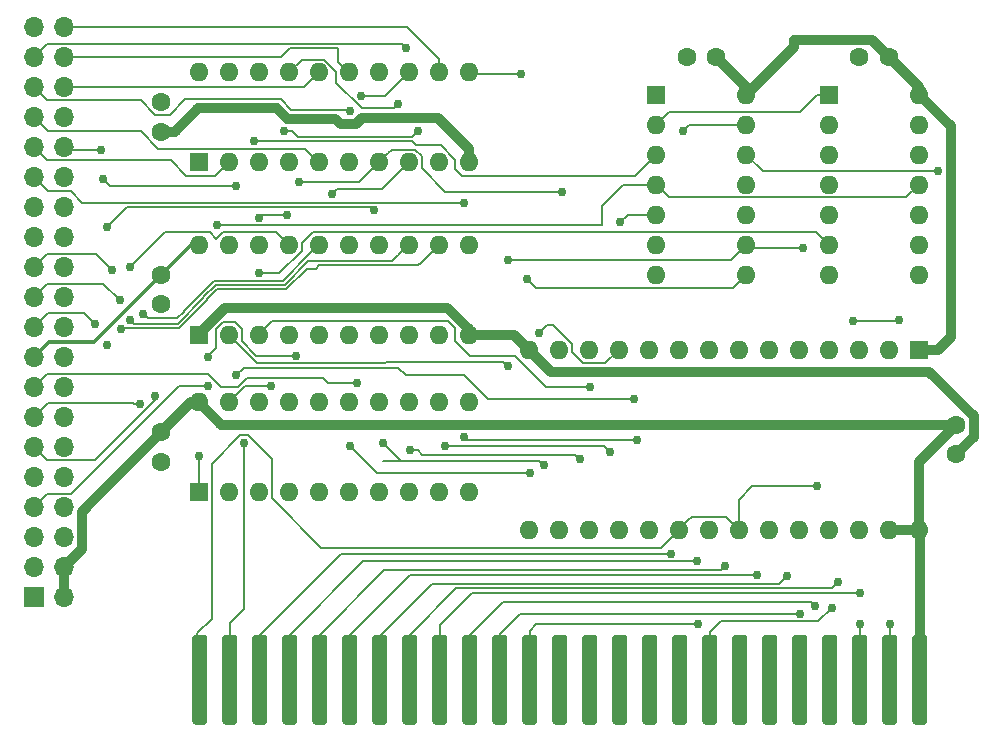
<source format=gbr>
G04 #@! TF.GenerationSoftware,KiCad,Pcbnew,5.1.5+dfsg1-2build2*
G04 #@! TF.CreationDate,2020-11-19T16:33:02-05:00*
G04 #@! TF.ProjectId,Apple2IORPi,4170706c-6532-4494-9f52-50692e6b6963,0.1*
G04 #@! TF.SameCoordinates,Original*
G04 #@! TF.FileFunction,Copper,L1,Top*
G04 #@! TF.FilePolarity,Positive*
%FSLAX46Y46*%
G04 Gerber Fmt 4.6, Leading zero omitted, Abs format (unit mm)*
G04 Created by KiCad (PCBNEW 5.1.5+dfsg1-2build2) date 2020-11-19 16:33:02*
%MOMM*%
%LPD*%
G04 APERTURE LIST*
%ADD10C,1.600000*%
%ADD11C,0.100000*%
%ADD12R,1.600000X1.600000*%
%ADD13O,1.600000X1.600000*%
%ADD14R,1.700000X1.700000*%
%ADD15O,1.700000X1.700000*%
%ADD16C,0.762000*%
%ADD17C,0.177800*%
%ADD18C,0.812800*%
%ADD19C,0.355600*%
G04 APERTURE END LIST*
D10*
X121285000Y-69175000D03*
X121285000Y-66675000D03*
X121285000Y-81280000D03*
X121285000Y-83780000D03*
X121285000Y-97115000D03*
X121285000Y-94615000D03*
G04 #@! TA.AperFunction,ConnectorPad*
D11*
G36*
X185843621Y-111761529D02*
G01*
X185874442Y-111766101D01*
X185904666Y-111773671D01*
X185934003Y-111784168D01*
X185962169Y-111797490D01*
X185988895Y-111813508D01*
X186013921Y-111832069D01*
X186037007Y-111852994D01*
X186057932Y-111876080D01*
X186076493Y-111901106D01*
X186092511Y-111927832D01*
X186105833Y-111955998D01*
X186116330Y-111985335D01*
X186123900Y-112015559D01*
X186128472Y-112046380D01*
X186130001Y-112077500D01*
X186130001Y-119062500D01*
X186128472Y-119093620D01*
X186123900Y-119124441D01*
X186116330Y-119154665D01*
X186105833Y-119184002D01*
X186092511Y-119212168D01*
X186076493Y-119238894D01*
X186057932Y-119263920D01*
X186037007Y-119287006D01*
X186013921Y-119307931D01*
X185988895Y-119326492D01*
X185962169Y-119342510D01*
X185934003Y-119355832D01*
X185904666Y-119366329D01*
X185874442Y-119373899D01*
X185843621Y-119378471D01*
X185812501Y-119380000D01*
X185177501Y-119380000D01*
X185146381Y-119378471D01*
X185115560Y-119373899D01*
X185085336Y-119366329D01*
X185055999Y-119355832D01*
X185027833Y-119342510D01*
X185001107Y-119326492D01*
X184976081Y-119307931D01*
X184952995Y-119287006D01*
X184932070Y-119263920D01*
X184913509Y-119238894D01*
X184897491Y-119212168D01*
X184884169Y-119184002D01*
X184873672Y-119154665D01*
X184866102Y-119124441D01*
X184861530Y-119093620D01*
X184860001Y-119062500D01*
X184860001Y-112077500D01*
X184861530Y-112046380D01*
X184866102Y-112015559D01*
X184873672Y-111985335D01*
X184884169Y-111955998D01*
X184897491Y-111927832D01*
X184913509Y-111901106D01*
X184932070Y-111876080D01*
X184952995Y-111852994D01*
X184976081Y-111832069D01*
X185001107Y-111813508D01*
X185027833Y-111797490D01*
X185055999Y-111784168D01*
X185085336Y-111773671D01*
X185115560Y-111766101D01*
X185146381Y-111761529D01*
X185177501Y-111760000D01*
X185812501Y-111760000D01*
X185843621Y-111761529D01*
G37*
G04 #@! TD.AperFunction*
G04 #@! TA.AperFunction,ConnectorPad*
G36*
X183303621Y-111761529D02*
G01*
X183334442Y-111766101D01*
X183364666Y-111773671D01*
X183394003Y-111784168D01*
X183422169Y-111797490D01*
X183448895Y-111813508D01*
X183473921Y-111832069D01*
X183497007Y-111852994D01*
X183517932Y-111876080D01*
X183536493Y-111901106D01*
X183552511Y-111927832D01*
X183565833Y-111955998D01*
X183576330Y-111985335D01*
X183583900Y-112015559D01*
X183588472Y-112046380D01*
X183590001Y-112077500D01*
X183590001Y-119062500D01*
X183588472Y-119093620D01*
X183583900Y-119124441D01*
X183576330Y-119154665D01*
X183565833Y-119184002D01*
X183552511Y-119212168D01*
X183536493Y-119238894D01*
X183517932Y-119263920D01*
X183497007Y-119287006D01*
X183473921Y-119307931D01*
X183448895Y-119326492D01*
X183422169Y-119342510D01*
X183394003Y-119355832D01*
X183364666Y-119366329D01*
X183334442Y-119373899D01*
X183303621Y-119378471D01*
X183272501Y-119380000D01*
X182637501Y-119380000D01*
X182606381Y-119378471D01*
X182575560Y-119373899D01*
X182545336Y-119366329D01*
X182515999Y-119355832D01*
X182487833Y-119342510D01*
X182461107Y-119326492D01*
X182436081Y-119307931D01*
X182412995Y-119287006D01*
X182392070Y-119263920D01*
X182373509Y-119238894D01*
X182357491Y-119212168D01*
X182344169Y-119184002D01*
X182333672Y-119154665D01*
X182326102Y-119124441D01*
X182321530Y-119093620D01*
X182320001Y-119062500D01*
X182320001Y-112077500D01*
X182321530Y-112046380D01*
X182326102Y-112015559D01*
X182333672Y-111985335D01*
X182344169Y-111955998D01*
X182357491Y-111927832D01*
X182373509Y-111901106D01*
X182392070Y-111876080D01*
X182412995Y-111852994D01*
X182436081Y-111832069D01*
X182461107Y-111813508D01*
X182487833Y-111797490D01*
X182515999Y-111784168D01*
X182545336Y-111773671D01*
X182575560Y-111766101D01*
X182606381Y-111761529D01*
X182637501Y-111760000D01*
X183272501Y-111760000D01*
X183303621Y-111761529D01*
G37*
G04 #@! TD.AperFunction*
G04 #@! TA.AperFunction,ConnectorPad*
G36*
X180763621Y-111761529D02*
G01*
X180794442Y-111766101D01*
X180824666Y-111773671D01*
X180854003Y-111784168D01*
X180882169Y-111797490D01*
X180908895Y-111813508D01*
X180933921Y-111832069D01*
X180957007Y-111852994D01*
X180977932Y-111876080D01*
X180996493Y-111901106D01*
X181012511Y-111927832D01*
X181025833Y-111955998D01*
X181036330Y-111985335D01*
X181043900Y-112015559D01*
X181048472Y-112046380D01*
X181050001Y-112077500D01*
X181050001Y-119062500D01*
X181048472Y-119093620D01*
X181043900Y-119124441D01*
X181036330Y-119154665D01*
X181025833Y-119184002D01*
X181012511Y-119212168D01*
X180996493Y-119238894D01*
X180977932Y-119263920D01*
X180957007Y-119287006D01*
X180933921Y-119307931D01*
X180908895Y-119326492D01*
X180882169Y-119342510D01*
X180854003Y-119355832D01*
X180824666Y-119366329D01*
X180794442Y-119373899D01*
X180763621Y-119378471D01*
X180732501Y-119380000D01*
X180097501Y-119380000D01*
X180066381Y-119378471D01*
X180035560Y-119373899D01*
X180005336Y-119366329D01*
X179975999Y-119355832D01*
X179947833Y-119342510D01*
X179921107Y-119326492D01*
X179896081Y-119307931D01*
X179872995Y-119287006D01*
X179852070Y-119263920D01*
X179833509Y-119238894D01*
X179817491Y-119212168D01*
X179804169Y-119184002D01*
X179793672Y-119154665D01*
X179786102Y-119124441D01*
X179781530Y-119093620D01*
X179780001Y-119062500D01*
X179780001Y-112077500D01*
X179781530Y-112046380D01*
X179786102Y-112015559D01*
X179793672Y-111985335D01*
X179804169Y-111955998D01*
X179817491Y-111927832D01*
X179833509Y-111901106D01*
X179852070Y-111876080D01*
X179872995Y-111852994D01*
X179896081Y-111832069D01*
X179921107Y-111813508D01*
X179947833Y-111797490D01*
X179975999Y-111784168D01*
X180005336Y-111773671D01*
X180035560Y-111766101D01*
X180066381Y-111761529D01*
X180097501Y-111760000D01*
X180732501Y-111760000D01*
X180763621Y-111761529D01*
G37*
G04 #@! TD.AperFunction*
G04 #@! TA.AperFunction,ConnectorPad*
G36*
X178223621Y-111761529D02*
G01*
X178254442Y-111766101D01*
X178284666Y-111773671D01*
X178314003Y-111784168D01*
X178342169Y-111797490D01*
X178368895Y-111813508D01*
X178393921Y-111832069D01*
X178417007Y-111852994D01*
X178437932Y-111876080D01*
X178456493Y-111901106D01*
X178472511Y-111927832D01*
X178485833Y-111955998D01*
X178496330Y-111985335D01*
X178503900Y-112015559D01*
X178508472Y-112046380D01*
X178510001Y-112077500D01*
X178510001Y-119062500D01*
X178508472Y-119093620D01*
X178503900Y-119124441D01*
X178496330Y-119154665D01*
X178485833Y-119184002D01*
X178472511Y-119212168D01*
X178456493Y-119238894D01*
X178437932Y-119263920D01*
X178417007Y-119287006D01*
X178393921Y-119307931D01*
X178368895Y-119326492D01*
X178342169Y-119342510D01*
X178314003Y-119355832D01*
X178284666Y-119366329D01*
X178254442Y-119373899D01*
X178223621Y-119378471D01*
X178192501Y-119380000D01*
X177557501Y-119380000D01*
X177526381Y-119378471D01*
X177495560Y-119373899D01*
X177465336Y-119366329D01*
X177435999Y-119355832D01*
X177407833Y-119342510D01*
X177381107Y-119326492D01*
X177356081Y-119307931D01*
X177332995Y-119287006D01*
X177312070Y-119263920D01*
X177293509Y-119238894D01*
X177277491Y-119212168D01*
X177264169Y-119184002D01*
X177253672Y-119154665D01*
X177246102Y-119124441D01*
X177241530Y-119093620D01*
X177240001Y-119062500D01*
X177240001Y-112077500D01*
X177241530Y-112046380D01*
X177246102Y-112015559D01*
X177253672Y-111985335D01*
X177264169Y-111955998D01*
X177277491Y-111927832D01*
X177293509Y-111901106D01*
X177312070Y-111876080D01*
X177332995Y-111852994D01*
X177356081Y-111832069D01*
X177381107Y-111813508D01*
X177407833Y-111797490D01*
X177435999Y-111784168D01*
X177465336Y-111773671D01*
X177495560Y-111766101D01*
X177526381Y-111761529D01*
X177557501Y-111760000D01*
X178192501Y-111760000D01*
X178223621Y-111761529D01*
G37*
G04 #@! TD.AperFunction*
G04 #@! TA.AperFunction,ConnectorPad*
G36*
X175683621Y-111761529D02*
G01*
X175714442Y-111766101D01*
X175744666Y-111773671D01*
X175774003Y-111784168D01*
X175802169Y-111797490D01*
X175828895Y-111813508D01*
X175853921Y-111832069D01*
X175877007Y-111852994D01*
X175897932Y-111876080D01*
X175916493Y-111901106D01*
X175932511Y-111927832D01*
X175945833Y-111955998D01*
X175956330Y-111985335D01*
X175963900Y-112015559D01*
X175968472Y-112046380D01*
X175970001Y-112077500D01*
X175970001Y-119062500D01*
X175968472Y-119093620D01*
X175963900Y-119124441D01*
X175956330Y-119154665D01*
X175945833Y-119184002D01*
X175932511Y-119212168D01*
X175916493Y-119238894D01*
X175897932Y-119263920D01*
X175877007Y-119287006D01*
X175853921Y-119307931D01*
X175828895Y-119326492D01*
X175802169Y-119342510D01*
X175774003Y-119355832D01*
X175744666Y-119366329D01*
X175714442Y-119373899D01*
X175683621Y-119378471D01*
X175652501Y-119380000D01*
X175017501Y-119380000D01*
X174986381Y-119378471D01*
X174955560Y-119373899D01*
X174925336Y-119366329D01*
X174895999Y-119355832D01*
X174867833Y-119342510D01*
X174841107Y-119326492D01*
X174816081Y-119307931D01*
X174792995Y-119287006D01*
X174772070Y-119263920D01*
X174753509Y-119238894D01*
X174737491Y-119212168D01*
X174724169Y-119184002D01*
X174713672Y-119154665D01*
X174706102Y-119124441D01*
X174701530Y-119093620D01*
X174700001Y-119062500D01*
X174700001Y-112077500D01*
X174701530Y-112046380D01*
X174706102Y-112015559D01*
X174713672Y-111985335D01*
X174724169Y-111955998D01*
X174737491Y-111927832D01*
X174753509Y-111901106D01*
X174772070Y-111876080D01*
X174792995Y-111852994D01*
X174816081Y-111832069D01*
X174841107Y-111813508D01*
X174867833Y-111797490D01*
X174895999Y-111784168D01*
X174925336Y-111773671D01*
X174955560Y-111766101D01*
X174986381Y-111761529D01*
X175017501Y-111760000D01*
X175652501Y-111760000D01*
X175683621Y-111761529D01*
G37*
G04 #@! TD.AperFunction*
G04 #@! TA.AperFunction,ConnectorPad*
G36*
X173143621Y-111761529D02*
G01*
X173174442Y-111766101D01*
X173204666Y-111773671D01*
X173234003Y-111784168D01*
X173262169Y-111797490D01*
X173288895Y-111813508D01*
X173313921Y-111832069D01*
X173337007Y-111852994D01*
X173357932Y-111876080D01*
X173376493Y-111901106D01*
X173392511Y-111927832D01*
X173405833Y-111955998D01*
X173416330Y-111985335D01*
X173423900Y-112015559D01*
X173428472Y-112046380D01*
X173430001Y-112077500D01*
X173430001Y-119062500D01*
X173428472Y-119093620D01*
X173423900Y-119124441D01*
X173416330Y-119154665D01*
X173405833Y-119184002D01*
X173392511Y-119212168D01*
X173376493Y-119238894D01*
X173357932Y-119263920D01*
X173337007Y-119287006D01*
X173313921Y-119307931D01*
X173288895Y-119326492D01*
X173262169Y-119342510D01*
X173234003Y-119355832D01*
X173204666Y-119366329D01*
X173174442Y-119373899D01*
X173143621Y-119378471D01*
X173112501Y-119380000D01*
X172477501Y-119380000D01*
X172446381Y-119378471D01*
X172415560Y-119373899D01*
X172385336Y-119366329D01*
X172355999Y-119355832D01*
X172327833Y-119342510D01*
X172301107Y-119326492D01*
X172276081Y-119307931D01*
X172252995Y-119287006D01*
X172232070Y-119263920D01*
X172213509Y-119238894D01*
X172197491Y-119212168D01*
X172184169Y-119184002D01*
X172173672Y-119154665D01*
X172166102Y-119124441D01*
X172161530Y-119093620D01*
X172160001Y-119062500D01*
X172160001Y-112077500D01*
X172161530Y-112046380D01*
X172166102Y-112015559D01*
X172173672Y-111985335D01*
X172184169Y-111955998D01*
X172197491Y-111927832D01*
X172213509Y-111901106D01*
X172232070Y-111876080D01*
X172252995Y-111852994D01*
X172276081Y-111832069D01*
X172301107Y-111813508D01*
X172327833Y-111797490D01*
X172355999Y-111784168D01*
X172385336Y-111773671D01*
X172415560Y-111766101D01*
X172446381Y-111761529D01*
X172477501Y-111760000D01*
X173112501Y-111760000D01*
X173143621Y-111761529D01*
G37*
G04 #@! TD.AperFunction*
G04 #@! TA.AperFunction,ConnectorPad*
G36*
X170603621Y-111761529D02*
G01*
X170634442Y-111766101D01*
X170664666Y-111773671D01*
X170694003Y-111784168D01*
X170722169Y-111797490D01*
X170748895Y-111813508D01*
X170773921Y-111832069D01*
X170797007Y-111852994D01*
X170817932Y-111876080D01*
X170836493Y-111901106D01*
X170852511Y-111927832D01*
X170865833Y-111955998D01*
X170876330Y-111985335D01*
X170883900Y-112015559D01*
X170888472Y-112046380D01*
X170890001Y-112077500D01*
X170890001Y-119062500D01*
X170888472Y-119093620D01*
X170883900Y-119124441D01*
X170876330Y-119154665D01*
X170865833Y-119184002D01*
X170852511Y-119212168D01*
X170836493Y-119238894D01*
X170817932Y-119263920D01*
X170797007Y-119287006D01*
X170773921Y-119307931D01*
X170748895Y-119326492D01*
X170722169Y-119342510D01*
X170694003Y-119355832D01*
X170664666Y-119366329D01*
X170634442Y-119373899D01*
X170603621Y-119378471D01*
X170572501Y-119380000D01*
X169937501Y-119380000D01*
X169906381Y-119378471D01*
X169875560Y-119373899D01*
X169845336Y-119366329D01*
X169815999Y-119355832D01*
X169787833Y-119342510D01*
X169761107Y-119326492D01*
X169736081Y-119307931D01*
X169712995Y-119287006D01*
X169692070Y-119263920D01*
X169673509Y-119238894D01*
X169657491Y-119212168D01*
X169644169Y-119184002D01*
X169633672Y-119154665D01*
X169626102Y-119124441D01*
X169621530Y-119093620D01*
X169620001Y-119062500D01*
X169620001Y-112077500D01*
X169621530Y-112046380D01*
X169626102Y-112015559D01*
X169633672Y-111985335D01*
X169644169Y-111955998D01*
X169657491Y-111927832D01*
X169673509Y-111901106D01*
X169692070Y-111876080D01*
X169712995Y-111852994D01*
X169736081Y-111832069D01*
X169761107Y-111813508D01*
X169787833Y-111797490D01*
X169815999Y-111784168D01*
X169845336Y-111773671D01*
X169875560Y-111766101D01*
X169906381Y-111761529D01*
X169937501Y-111760000D01*
X170572501Y-111760000D01*
X170603621Y-111761529D01*
G37*
G04 #@! TD.AperFunction*
G04 #@! TA.AperFunction,ConnectorPad*
G36*
X168063621Y-111761529D02*
G01*
X168094442Y-111766101D01*
X168124666Y-111773671D01*
X168154003Y-111784168D01*
X168182169Y-111797490D01*
X168208895Y-111813508D01*
X168233921Y-111832069D01*
X168257007Y-111852994D01*
X168277932Y-111876080D01*
X168296493Y-111901106D01*
X168312511Y-111927832D01*
X168325833Y-111955998D01*
X168336330Y-111985335D01*
X168343900Y-112015559D01*
X168348472Y-112046380D01*
X168350001Y-112077500D01*
X168350001Y-119062500D01*
X168348472Y-119093620D01*
X168343900Y-119124441D01*
X168336330Y-119154665D01*
X168325833Y-119184002D01*
X168312511Y-119212168D01*
X168296493Y-119238894D01*
X168277932Y-119263920D01*
X168257007Y-119287006D01*
X168233921Y-119307931D01*
X168208895Y-119326492D01*
X168182169Y-119342510D01*
X168154003Y-119355832D01*
X168124666Y-119366329D01*
X168094442Y-119373899D01*
X168063621Y-119378471D01*
X168032501Y-119380000D01*
X167397501Y-119380000D01*
X167366381Y-119378471D01*
X167335560Y-119373899D01*
X167305336Y-119366329D01*
X167275999Y-119355832D01*
X167247833Y-119342510D01*
X167221107Y-119326492D01*
X167196081Y-119307931D01*
X167172995Y-119287006D01*
X167152070Y-119263920D01*
X167133509Y-119238894D01*
X167117491Y-119212168D01*
X167104169Y-119184002D01*
X167093672Y-119154665D01*
X167086102Y-119124441D01*
X167081530Y-119093620D01*
X167080001Y-119062500D01*
X167080001Y-112077500D01*
X167081530Y-112046380D01*
X167086102Y-112015559D01*
X167093672Y-111985335D01*
X167104169Y-111955998D01*
X167117491Y-111927832D01*
X167133509Y-111901106D01*
X167152070Y-111876080D01*
X167172995Y-111852994D01*
X167196081Y-111832069D01*
X167221107Y-111813508D01*
X167247833Y-111797490D01*
X167275999Y-111784168D01*
X167305336Y-111773671D01*
X167335560Y-111766101D01*
X167366381Y-111761529D01*
X167397501Y-111760000D01*
X168032501Y-111760000D01*
X168063621Y-111761529D01*
G37*
G04 #@! TD.AperFunction*
G04 #@! TA.AperFunction,ConnectorPad*
G36*
X165523621Y-111761529D02*
G01*
X165554442Y-111766101D01*
X165584666Y-111773671D01*
X165614003Y-111784168D01*
X165642169Y-111797490D01*
X165668895Y-111813508D01*
X165693921Y-111832069D01*
X165717007Y-111852994D01*
X165737932Y-111876080D01*
X165756493Y-111901106D01*
X165772511Y-111927832D01*
X165785833Y-111955998D01*
X165796330Y-111985335D01*
X165803900Y-112015559D01*
X165808472Y-112046380D01*
X165810001Y-112077500D01*
X165810001Y-119062500D01*
X165808472Y-119093620D01*
X165803900Y-119124441D01*
X165796330Y-119154665D01*
X165785833Y-119184002D01*
X165772511Y-119212168D01*
X165756493Y-119238894D01*
X165737932Y-119263920D01*
X165717007Y-119287006D01*
X165693921Y-119307931D01*
X165668895Y-119326492D01*
X165642169Y-119342510D01*
X165614003Y-119355832D01*
X165584666Y-119366329D01*
X165554442Y-119373899D01*
X165523621Y-119378471D01*
X165492501Y-119380000D01*
X164857501Y-119380000D01*
X164826381Y-119378471D01*
X164795560Y-119373899D01*
X164765336Y-119366329D01*
X164735999Y-119355832D01*
X164707833Y-119342510D01*
X164681107Y-119326492D01*
X164656081Y-119307931D01*
X164632995Y-119287006D01*
X164612070Y-119263920D01*
X164593509Y-119238894D01*
X164577491Y-119212168D01*
X164564169Y-119184002D01*
X164553672Y-119154665D01*
X164546102Y-119124441D01*
X164541530Y-119093620D01*
X164540001Y-119062500D01*
X164540001Y-112077500D01*
X164541530Y-112046380D01*
X164546102Y-112015559D01*
X164553672Y-111985335D01*
X164564169Y-111955998D01*
X164577491Y-111927832D01*
X164593509Y-111901106D01*
X164612070Y-111876080D01*
X164632995Y-111852994D01*
X164656081Y-111832069D01*
X164681107Y-111813508D01*
X164707833Y-111797490D01*
X164735999Y-111784168D01*
X164765336Y-111773671D01*
X164795560Y-111766101D01*
X164826381Y-111761529D01*
X164857501Y-111760000D01*
X165492501Y-111760000D01*
X165523621Y-111761529D01*
G37*
G04 #@! TD.AperFunction*
G04 #@! TA.AperFunction,ConnectorPad*
G36*
X162983621Y-111761529D02*
G01*
X163014442Y-111766101D01*
X163044666Y-111773671D01*
X163074003Y-111784168D01*
X163102169Y-111797490D01*
X163128895Y-111813508D01*
X163153921Y-111832069D01*
X163177007Y-111852994D01*
X163197932Y-111876080D01*
X163216493Y-111901106D01*
X163232511Y-111927832D01*
X163245833Y-111955998D01*
X163256330Y-111985335D01*
X163263900Y-112015559D01*
X163268472Y-112046380D01*
X163270001Y-112077500D01*
X163270001Y-119062500D01*
X163268472Y-119093620D01*
X163263900Y-119124441D01*
X163256330Y-119154665D01*
X163245833Y-119184002D01*
X163232511Y-119212168D01*
X163216493Y-119238894D01*
X163197932Y-119263920D01*
X163177007Y-119287006D01*
X163153921Y-119307931D01*
X163128895Y-119326492D01*
X163102169Y-119342510D01*
X163074003Y-119355832D01*
X163044666Y-119366329D01*
X163014442Y-119373899D01*
X162983621Y-119378471D01*
X162952501Y-119380000D01*
X162317501Y-119380000D01*
X162286381Y-119378471D01*
X162255560Y-119373899D01*
X162225336Y-119366329D01*
X162195999Y-119355832D01*
X162167833Y-119342510D01*
X162141107Y-119326492D01*
X162116081Y-119307931D01*
X162092995Y-119287006D01*
X162072070Y-119263920D01*
X162053509Y-119238894D01*
X162037491Y-119212168D01*
X162024169Y-119184002D01*
X162013672Y-119154665D01*
X162006102Y-119124441D01*
X162001530Y-119093620D01*
X162000001Y-119062500D01*
X162000001Y-112077500D01*
X162001530Y-112046380D01*
X162006102Y-112015559D01*
X162013672Y-111985335D01*
X162024169Y-111955998D01*
X162037491Y-111927832D01*
X162053509Y-111901106D01*
X162072070Y-111876080D01*
X162092995Y-111852994D01*
X162116081Y-111832069D01*
X162141107Y-111813508D01*
X162167833Y-111797490D01*
X162195999Y-111784168D01*
X162225336Y-111773671D01*
X162255560Y-111766101D01*
X162286381Y-111761529D01*
X162317501Y-111760000D01*
X162952501Y-111760000D01*
X162983621Y-111761529D01*
G37*
G04 #@! TD.AperFunction*
G04 #@! TA.AperFunction,ConnectorPad*
G36*
X160443621Y-111761529D02*
G01*
X160474442Y-111766101D01*
X160504666Y-111773671D01*
X160534003Y-111784168D01*
X160562169Y-111797490D01*
X160588895Y-111813508D01*
X160613921Y-111832069D01*
X160637007Y-111852994D01*
X160657932Y-111876080D01*
X160676493Y-111901106D01*
X160692511Y-111927832D01*
X160705833Y-111955998D01*
X160716330Y-111985335D01*
X160723900Y-112015559D01*
X160728472Y-112046380D01*
X160730001Y-112077500D01*
X160730001Y-119062500D01*
X160728472Y-119093620D01*
X160723900Y-119124441D01*
X160716330Y-119154665D01*
X160705833Y-119184002D01*
X160692511Y-119212168D01*
X160676493Y-119238894D01*
X160657932Y-119263920D01*
X160637007Y-119287006D01*
X160613921Y-119307931D01*
X160588895Y-119326492D01*
X160562169Y-119342510D01*
X160534003Y-119355832D01*
X160504666Y-119366329D01*
X160474442Y-119373899D01*
X160443621Y-119378471D01*
X160412501Y-119380000D01*
X159777501Y-119380000D01*
X159746381Y-119378471D01*
X159715560Y-119373899D01*
X159685336Y-119366329D01*
X159655999Y-119355832D01*
X159627833Y-119342510D01*
X159601107Y-119326492D01*
X159576081Y-119307931D01*
X159552995Y-119287006D01*
X159532070Y-119263920D01*
X159513509Y-119238894D01*
X159497491Y-119212168D01*
X159484169Y-119184002D01*
X159473672Y-119154665D01*
X159466102Y-119124441D01*
X159461530Y-119093620D01*
X159460001Y-119062500D01*
X159460001Y-112077500D01*
X159461530Y-112046380D01*
X159466102Y-112015559D01*
X159473672Y-111985335D01*
X159484169Y-111955998D01*
X159497491Y-111927832D01*
X159513509Y-111901106D01*
X159532070Y-111876080D01*
X159552995Y-111852994D01*
X159576081Y-111832069D01*
X159601107Y-111813508D01*
X159627833Y-111797490D01*
X159655999Y-111784168D01*
X159685336Y-111773671D01*
X159715560Y-111766101D01*
X159746381Y-111761529D01*
X159777501Y-111760000D01*
X160412501Y-111760000D01*
X160443621Y-111761529D01*
G37*
G04 #@! TD.AperFunction*
G04 #@! TA.AperFunction,ConnectorPad*
G36*
X157903621Y-111761529D02*
G01*
X157934442Y-111766101D01*
X157964666Y-111773671D01*
X157994003Y-111784168D01*
X158022169Y-111797490D01*
X158048895Y-111813508D01*
X158073921Y-111832069D01*
X158097007Y-111852994D01*
X158117932Y-111876080D01*
X158136493Y-111901106D01*
X158152511Y-111927832D01*
X158165833Y-111955998D01*
X158176330Y-111985335D01*
X158183900Y-112015559D01*
X158188472Y-112046380D01*
X158190001Y-112077500D01*
X158190001Y-119062500D01*
X158188472Y-119093620D01*
X158183900Y-119124441D01*
X158176330Y-119154665D01*
X158165833Y-119184002D01*
X158152511Y-119212168D01*
X158136493Y-119238894D01*
X158117932Y-119263920D01*
X158097007Y-119287006D01*
X158073921Y-119307931D01*
X158048895Y-119326492D01*
X158022169Y-119342510D01*
X157994003Y-119355832D01*
X157964666Y-119366329D01*
X157934442Y-119373899D01*
X157903621Y-119378471D01*
X157872501Y-119380000D01*
X157237501Y-119380000D01*
X157206381Y-119378471D01*
X157175560Y-119373899D01*
X157145336Y-119366329D01*
X157115999Y-119355832D01*
X157087833Y-119342510D01*
X157061107Y-119326492D01*
X157036081Y-119307931D01*
X157012995Y-119287006D01*
X156992070Y-119263920D01*
X156973509Y-119238894D01*
X156957491Y-119212168D01*
X156944169Y-119184002D01*
X156933672Y-119154665D01*
X156926102Y-119124441D01*
X156921530Y-119093620D01*
X156920001Y-119062500D01*
X156920001Y-112077500D01*
X156921530Y-112046380D01*
X156926102Y-112015559D01*
X156933672Y-111985335D01*
X156944169Y-111955998D01*
X156957491Y-111927832D01*
X156973509Y-111901106D01*
X156992070Y-111876080D01*
X157012995Y-111852994D01*
X157036081Y-111832069D01*
X157061107Y-111813508D01*
X157087833Y-111797490D01*
X157115999Y-111784168D01*
X157145336Y-111773671D01*
X157175560Y-111766101D01*
X157206381Y-111761529D01*
X157237501Y-111760000D01*
X157872501Y-111760000D01*
X157903621Y-111761529D01*
G37*
G04 #@! TD.AperFunction*
G04 #@! TA.AperFunction,ConnectorPad*
G36*
X155363621Y-111761529D02*
G01*
X155394442Y-111766101D01*
X155424666Y-111773671D01*
X155454003Y-111784168D01*
X155482169Y-111797490D01*
X155508895Y-111813508D01*
X155533921Y-111832069D01*
X155557007Y-111852994D01*
X155577932Y-111876080D01*
X155596493Y-111901106D01*
X155612511Y-111927832D01*
X155625833Y-111955998D01*
X155636330Y-111985335D01*
X155643900Y-112015559D01*
X155648472Y-112046380D01*
X155650001Y-112077500D01*
X155650001Y-119062500D01*
X155648472Y-119093620D01*
X155643900Y-119124441D01*
X155636330Y-119154665D01*
X155625833Y-119184002D01*
X155612511Y-119212168D01*
X155596493Y-119238894D01*
X155577932Y-119263920D01*
X155557007Y-119287006D01*
X155533921Y-119307931D01*
X155508895Y-119326492D01*
X155482169Y-119342510D01*
X155454003Y-119355832D01*
X155424666Y-119366329D01*
X155394442Y-119373899D01*
X155363621Y-119378471D01*
X155332501Y-119380000D01*
X154697501Y-119380000D01*
X154666381Y-119378471D01*
X154635560Y-119373899D01*
X154605336Y-119366329D01*
X154575999Y-119355832D01*
X154547833Y-119342510D01*
X154521107Y-119326492D01*
X154496081Y-119307931D01*
X154472995Y-119287006D01*
X154452070Y-119263920D01*
X154433509Y-119238894D01*
X154417491Y-119212168D01*
X154404169Y-119184002D01*
X154393672Y-119154665D01*
X154386102Y-119124441D01*
X154381530Y-119093620D01*
X154380001Y-119062500D01*
X154380001Y-112077500D01*
X154381530Y-112046380D01*
X154386102Y-112015559D01*
X154393672Y-111985335D01*
X154404169Y-111955998D01*
X154417491Y-111927832D01*
X154433509Y-111901106D01*
X154452070Y-111876080D01*
X154472995Y-111852994D01*
X154496081Y-111832069D01*
X154521107Y-111813508D01*
X154547833Y-111797490D01*
X154575999Y-111784168D01*
X154605336Y-111773671D01*
X154635560Y-111766101D01*
X154666381Y-111761529D01*
X154697501Y-111760000D01*
X155332501Y-111760000D01*
X155363621Y-111761529D01*
G37*
G04 #@! TD.AperFunction*
G04 #@! TA.AperFunction,ConnectorPad*
G36*
X152823621Y-111761529D02*
G01*
X152854442Y-111766101D01*
X152884666Y-111773671D01*
X152914003Y-111784168D01*
X152942169Y-111797490D01*
X152968895Y-111813508D01*
X152993921Y-111832069D01*
X153017007Y-111852994D01*
X153037932Y-111876080D01*
X153056493Y-111901106D01*
X153072511Y-111927832D01*
X153085833Y-111955998D01*
X153096330Y-111985335D01*
X153103900Y-112015559D01*
X153108472Y-112046380D01*
X153110001Y-112077500D01*
X153110001Y-119062500D01*
X153108472Y-119093620D01*
X153103900Y-119124441D01*
X153096330Y-119154665D01*
X153085833Y-119184002D01*
X153072511Y-119212168D01*
X153056493Y-119238894D01*
X153037932Y-119263920D01*
X153017007Y-119287006D01*
X152993921Y-119307931D01*
X152968895Y-119326492D01*
X152942169Y-119342510D01*
X152914003Y-119355832D01*
X152884666Y-119366329D01*
X152854442Y-119373899D01*
X152823621Y-119378471D01*
X152792501Y-119380000D01*
X152157501Y-119380000D01*
X152126381Y-119378471D01*
X152095560Y-119373899D01*
X152065336Y-119366329D01*
X152035999Y-119355832D01*
X152007833Y-119342510D01*
X151981107Y-119326492D01*
X151956081Y-119307931D01*
X151932995Y-119287006D01*
X151912070Y-119263920D01*
X151893509Y-119238894D01*
X151877491Y-119212168D01*
X151864169Y-119184002D01*
X151853672Y-119154665D01*
X151846102Y-119124441D01*
X151841530Y-119093620D01*
X151840001Y-119062500D01*
X151840001Y-112077500D01*
X151841530Y-112046380D01*
X151846102Y-112015559D01*
X151853672Y-111985335D01*
X151864169Y-111955998D01*
X151877491Y-111927832D01*
X151893509Y-111901106D01*
X151912070Y-111876080D01*
X151932995Y-111852994D01*
X151956081Y-111832069D01*
X151981107Y-111813508D01*
X152007833Y-111797490D01*
X152035999Y-111784168D01*
X152065336Y-111773671D01*
X152095560Y-111766101D01*
X152126381Y-111761529D01*
X152157501Y-111760000D01*
X152792501Y-111760000D01*
X152823621Y-111761529D01*
G37*
G04 #@! TD.AperFunction*
G04 #@! TA.AperFunction,ConnectorPad*
G36*
X150283621Y-111761529D02*
G01*
X150314442Y-111766101D01*
X150344666Y-111773671D01*
X150374003Y-111784168D01*
X150402169Y-111797490D01*
X150428895Y-111813508D01*
X150453921Y-111832069D01*
X150477007Y-111852994D01*
X150497932Y-111876080D01*
X150516493Y-111901106D01*
X150532511Y-111927832D01*
X150545833Y-111955998D01*
X150556330Y-111985335D01*
X150563900Y-112015559D01*
X150568472Y-112046380D01*
X150570001Y-112077500D01*
X150570001Y-119062500D01*
X150568472Y-119093620D01*
X150563900Y-119124441D01*
X150556330Y-119154665D01*
X150545833Y-119184002D01*
X150532511Y-119212168D01*
X150516493Y-119238894D01*
X150497932Y-119263920D01*
X150477007Y-119287006D01*
X150453921Y-119307931D01*
X150428895Y-119326492D01*
X150402169Y-119342510D01*
X150374003Y-119355832D01*
X150344666Y-119366329D01*
X150314442Y-119373899D01*
X150283621Y-119378471D01*
X150252501Y-119380000D01*
X149617501Y-119380000D01*
X149586381Y-119378471D01*
X149555560Y-119373899D01*
X149525336Y-119366329D01*
X149495999Y-119355832D01*
X149467833Y-119342510D01*
X149441107Y-119326492D01*
X149416081Y-119307931D01*
X149392995Y-119287006D01*
X149372070Y-119263920D01*
X149353509Y-119238894D01*
X149337491Y-119212168D01*
X149324169Y-119184002D01*
X149313672Y-119154665D01*
X149306102Y-119124441D01*
X149301530Y-119093620D01*
X149300001Y-119062500D01*
X149300001Y-112077500D01*
X149301530Y-112046380D01*
X149306102Y-112015559D01*
X149313672Y-111985335D01*
X149324169Y-111955998D01*
X149337491Y-111927832D01*
X149353509Y-111901106D01*
X149372070Y-111876080D01*
X149392995Y-111852994D01*
X149416081Y-111832069D01*
X149441107Y-111813508D01*
X149467833Y-111797490D01*
X149495999Y-111784168D01*
X149525336Y-111773671D01*
X149555560Y-111766101D01*
X149586381Y-111761529D01*
X149617501Y-111760000D01*
X150252501Y-111760000D01*
X150283621Y-111761529D01*
G37*
G04 #@! TD.AperFunction*
G04 #@! TA.AperFunction,ConnectorPad*
G36*
X147743621Y-111761529D02*
G01*
X147774442Y-111766101D01*
X147804666Y-111773671D01*
X147834003Y-111784168D01*
X147862169Y-111797490D01*
X147888895Y-111813508D01*
X147913921Y-111832069D01*
X147937007Y-111852994D01*
X147957932Y-111876080D01*
X147976493Y-111901106D01*
X147992511Y-111927832D01*
X148005833Y-111955998D01*
X148016330Y-111985335D01*
X148023900Y-112015559D01*
X148028472Y-112046380D01*
X148030001Y-112077500D01*
X148030001Y-119062500D01*
X148028472Y-119093620D01*
X148023900Y-119124441D01*
X148016330Y-119154665D01*
X148005833Y-119184002D01*
X147992511Y-119212168D01*
X147976493Y-119238894D01*
X147957932Y-119263920D01*
X147937007Y-119287006D01*
X147913921Y-119307931D01*
X147888895Y-119326492D01*
X147862169Y-119342510D01*
X147834003Y-119355832D01*
X147804666Y-119366329D01*
X147774442Y-119373899D01*
X147743621Y-119378471D01*
X147712501Y-119380000D01*
X147077501Y-119380000D01*
X147046381Y-119378471D01*
X147015560Y-119373899D01*
X146985336Y-119366329D01*
X146955999Y-119355832D01*
X146927833Y-119342510D01*
X146901107Y-119326492D01*
X146876081Y-119307931D01*
X146852995Y-119287006D01*
X146832070Y-119263920D01*
X146813509Y-119238894D01*
X146797491Y-119212168D01*
X146784169Y-119184002D01*
X146773672Y-119154665D01*
X146766102Y-119124441D01*
X146761530Y-119093620D01*
X146760001Y-119062500D01*
X146760001Y-112077500D01*
X146761530Y-112046380D01*
X146766102Y-112015559D01*
X146773672Y-111985335D01*
X146784169Y-111955998D01*
X146797491Y-111927832D01*
X146813509Y-111901106D01*
X146832070Y-111876080D01*
X146852995Y-111852994D01*
X146876081Y-111832069D01*
X146901107Y-111813508D01*
X146927833Y-111797490D01*
X146955999Y-111784168D01*
X146985336Y-111773671D01*
X147015560Y-111766101D01*
X147046381Y-111761529D01*
X147077501Y-111760000D01*
X147712501Y-111760000D01*
X147743621Y-111761529D01*
G37*
G04 #@! TD.AperFunction*
G04 #@! TA.AperFunction,ConnectorPad*
G36*
X145203621Y-111761529D02*
G01*
X145234442Y-111766101D01*
X145264666Y-111773671D01*
X145294003Y-111784168D01*
X145322169Y-111797490D01*
X145348895Y-111813508D01*
X145373921Y-111832069D01*
X145397007Y-111852994D01*
X145417932Y-111876080D01*
X145436493Y-111901106D01*
X145452511Y-111927832D01*
X145465833Y-111955998D01*
X145476330Y-111985335D01*
X145483900Y-112015559D01*
X145488472Y-112046380D01*
X145490001Y-112077500D01*
X145490001Y-119062500D01*
X145488472Y-119093620D01*
X145483900Y-119124441D01*
X145476330Y-119154665D01*
X145465833Y-119184002D01*
X145452511Y-119212168D01*
X145436493Y-119238894D01*
X145417932Y-119263920D01*
X145397007Y-119287006D01*
X145373921Y-119307931D01*
X145348895Y-119326492D01*
X145322169Y-119342510D01*
X145294003Y-119355832D01*
X145264666Y-119366329D01*
X145234442Y-119373899D01*
X145203621Y-119378471D01*
X145172501Y-119380000D01*
X144537501Y-119380000D01*
X144506381Y-119378471D01*
X144475560Y-119373899D01*
X144445336Y-119366329D01*
X144415999Y-119355832D01*
X144387833Y-119342510D01*
X144361107Y-119326492D01*
X144336081Y-119307931D01*
X144312995Y-119287006D01*
X144292070Y-119263920D01*
X144273509Y-119238894D01*
X144257491Y-119212168D01*
X144244169Y-119184002D01*
X144233672Y-119154665D01*
X144226102Y-119124441D01*
X144221530Y-119093620D01*
X144220001Y-119062500D01*
X144220001Y-112077500D01*
X144221530Y-112046380D01*
X144226102Y-112015559D01*
X144233672Y-111985335D01*
X144244169Y-111955998D01*
X144257491Y-111927832D01*
X144273509Y-111901106D01*
X144292070Y-111876080D01*
X144312995Y-111852994D01*
X144336081Y-111832069D01*
X144361107Y-111813508D01*
X144387833Y-111797490D01*
X144415999Y-111784168D01*
X144445336Y-111773671D01*
X144475560Y-111766101D01*
X144506381Y-111761529D01*
X144537501Y-111760000D01*
X145172501Y-111760000D01*
X145203621Y-111761529D01*
G37*
G04 #@! TD.AperFunction*
G04 #@! TA.AperFunction,ConnectorPad*
G36*
X142663621Y-111761529D02*
G01*
X142694442Y-111766101D01*
X142724666Y-111773671D01*
X142754003Y-111784168D01*
X142782169Y-111797490D01*
X142808895Y-111813508D01*
X142833921Y-111832069D01*
X142857007Y-111852994D01*
X142877932Y-111876080D01*
X142896493Y-111901106D01*
X142912511Y-111927832D01*
X142925833Y-111955998D01*
X142936330Y-111985335D01*
X142943900Y-112015559D01*
X142948472Y-112046380D01*
X142950001Y-112077500D01*
X142950001Y-119062500D01*
X142948472Y-119093620D01*
X142943900Y-119124441D01*
X142936330Y-119154665D01*
X142925833Y-119184002D01*
X142912511Y-119212168D01*
X142896493Y-119238894D01*
X142877932Y-119263920D01*
X142857007Y-119287006D01*
X142833921Y-119307931D01*
X142808895Y-119326492D01*
X142782169Y-119342510D01*
X142754003Y-119355832D01*
X142724666Y-119366329D01*
X142694442Y-119373899D01*
X142663621Y-119378471D01*
X142632501Y-119380000D01*
X141997501Y-119380000D01*
X141966381Y-119378471D01*
X141935560Y-119373899D01*
X141905336Y-119366329D01*
X141875999Y-119355832D01*
X141847833Y-119342510D01*
X141821107Y-119326492D01*
X141796081Y-119307931D01*
X141772995Y-119287006D01*
X141752070Y-119263920D01*
X141733509Y-119238894D01*
X141717491Y-119212168D01*
X141704169Y-119184002D01*
X141693672Y-119154665D01*
X141686102Y-119124441D01*
X141681530Y-119093620D01*
X141680001Y-119062500D01*
X141680001Y-112077500D01*
X141681530Y-112046380D01*
X141686102Y-112015559D01*
X141693672Y-111985335D01*
X141704169Y-111955998D01*
X141717491Y-111927832D01*
X141733509Y-111901106D01*
X141752070Y-111876080D01*
X141772995Y-111852994D01*
X141796081Y-111832069D01*
X141821107Y-111813508D01*
X141847833Y-111797490D01*
X141875999Y-111784168D01*
X141905336Y-111773671D01*
X141935560Y-111766101D01*
X141966381Y-111761529D01*
X141997501Y-111760000D01*
X142632501Y-111760000D01*
X142663621Y-111761529D01*
G37*
G04 #@! TD.AperFunction*
G04 #@! TA.AperFunction,ConnectorPad*
G36*
X140123621Y-111761529D02*
G01*
X140154442Y-111766101D01*
X140184666Y-111773671D01*
X140214003Y-111784168D01*
X140242169Y-111797490D01*
X140268895Y-111813508D01*
X140293921Y-111832069D01*
X140317007Y-111852994D01*
X140337932Y-111876080D01*
X140356493Y-111901106D01*
X140372511Y-111927832D01*
X140385833Y-111955998D01*
X140396330Y-111985335D01*
X140403900Y-112015559D01*
X140408472Y-112046380D01*
X140410001Y-112077500D01*
X140410001Y-119062500D01*
X140408472Y-119093620D01*
X140403900Y-119124441D01*
X140396330Y-119154665D01*
X140385833Y-119184002D01*
X140372511Y-119212168D01*
X140356493Y-119238894D01*
X140337932Y-119263920D01*
X140317007Y-119287006D01*
X140293921Y-119307931D01*
X140268895Y-119326492D01*
X140242169Y-119342510D01*
X140214003Y-119355832D01*
X140184666Y-119366329D01*
X140154442Y-119373899D01*
X140123621Y-119378471D01*
X140092501Y-119380000D01*
X139457501Y-119380000D01*
X139426381Y-119378471D01*
X139395560Y-119373899D01*
X139365336Y-119366329D01*
X139335999Y-119355832D01*
X139307833Y-119342510D01*
X139281107Y-119326492D01*
X139256081Y-119307931D01*
X139232995Y-119287006D01*
X139212070Y-119263920D01*
X139193509Y-119238894D01*
X139177491Y-119212168D01*
X139164169Y-119184002D01*
X139153672Y-119154665D01*
X139146102Y-119124441D01*
X139141530Y-119093620D01*
X139140001Y-119062500D01*
X139140001Y-112077500D01*
X139141530Y-112046380D01*
X139146102Y-112015559D01*
X139153672Y-111985335D01*
X139164169Y-111955998D01*
X139177491Y-111927832D01*
X139193509Y-111901106D01*
X139212070Y-111876080D01*
X139232995Y-111852994D01*
X139256081Y-111832069D01*
X139281107Y-111813508D01*
X139307833Y-111797490D01*
X139335999Y-111784168D01*
X139365336Y-111773671D01*
X139395560Y-111766101D01*
X139426381Y-111761529D01*
X139457501Y-111760000D01*
X140092501Y-111760000D01*
X140123621Y-111761529D01*
G37*
G04 #@! TD.AperFunction*
G04 #@! TA.AperFunction,ConnectorPad*
G36*
X137583621Y-111761529D02*
G01*
X137614442Y-111766101D01*
X137644666Y-111773671D01*
X137674003Y-111784168D01*
X137702169Y-111797490D01*
X137728895Y-111813508D01*
X137753921Y-111832069D01*
X137777007Y-111852994D01*
X137797932Y-111876080D01*
X137816493Y-111901106D01*
X137832511Y-111927832D01*
X137845833Y-111955998D01*
X137856330Y-111985335D01*
X137863900Y-112015559D01*
X137868472Y-112046380D01*
X137870001Y-112077500D01*
X137870001Y-119062500D01*
X137868472Y-119093620D01*
X137863900Y-119124441D01*
X137856330Y-119154665D01*
X137845833Y-119184002D01*
X137832511Y-119212168D01*
X137816493Y-119238894D01*
X137797932Y-119263920D01*
X137777007Y-119287006D01*
X137753921Y-119307931D01*
X137728895Y-119326492D01*
X137702169Y-119342510D01*
X137674003Y-119355832D01*
X137644666Y-119366329D01*
X137614442Y-119373899D01*
X137583621Y-119378471D01*
X137552501Y-119380000D01*
X136917501Y-119380000D01*
X136886381Y-119378471D01*
X136855560Y-119373899D01*
X136825336Y-119366329D01*
X136795999Y-119355832D01*
X136767833Y-119342510D01*
X136741107Y-119326492D01*
X136716081Y-119307931D01*
X136692995Y-119287006D01*
X136672070Y-119263920D01*
X136653509Y-119238894D01*
X136637491Y-119212168D01*
X136624169Y-119184002D01*
X136613672Y-119154665D01*
X136606102Y-119124441D01*
X136601530Y-119093620D01*
X136600001Y-119062500D01*
X136600001Y-112077500D01*
X136601530Y-112046380D01*
X136606102Y-112015559D01*
X136613672Y-111985335D01*
X136624169Y-111955998D01*
X136637491Y-111927832D01*
X136653509Y-111901106D01*
X136672070Y-111876080D01*
X136692995Y-111852994D01*
X136716081Y-111832069D01*
X136741107Y-111813508D01*
X136767833Y-111797490D01*
X136795999Y-111784168D01*
X136825336Y-111773671D01*
X136855560Y-111766101D01*
X136886381Y-111761529D01*
X136917501Y-111760000D01*
X137552501Y-111760000D01*
X137583621Y-111761529D01*
G37*
G04 #@! TD.AperFunction*
G04 #@! TA.AperFunction,ConnectorPad*
G36*
X135043621Y-111761529D02*
G01*
X135074442Y-111766101D01*
X135104666Y-111773671D01*
X135134003Y-111784168D01*
X135162169Y-111797490D01*
X135188895Y-111813508D01*
X135213921Y-111832069D01*
X135237007Y-111852994D01*
X135257932Y-111876080D01*
X135276493Y-111901106D01*
X135292511Y-111927832D01*
X135305833Y-111955998D01*
X135316330Y-111985335D01*
X135323900Y-112015559D01*
X135328472Y-112046380D01*
X135330001Y-112077500D01*
X135330001Y-119062500D01*
X135328472Y-119093620D01*
X135323900Y-119124441D01*
X135316330Y-119154665D01*
X135305833Y-119184002D01*
X135292511Y-119212168D01*
X135276493Y-119238894D01*
X135257932Y-119263920D01*
X135237007Y-119287006D01*
X135213921Y-119307931D01*
X135188895Y-119326492D01*
X135162169Y-119342510D01*
X135134003Y-119355832D01*
X135104666Y-119366329D01*
X135074442Y-119373899D01*
X135043621Y-119378471D01*
X135012501Y-119380000D01*
X134377501Y-119380000D01*
X134346381Y-119378471D01*
X134315560Y-119373899D01*
X134285336Y-119366329D01*
X134255999Y-119355832D01*
X134227833Y-119342510D01*
X134201107Y-119326492D01*
X134176081Y-119307931D01*
X134152995Y-119287006D01*
X134132070Y-119263920D01*
X134113509Y-119238894D01*
X134097491Y-119212168D01*
X134084169Y-119184002D01*
X134073672Y-119154665D01*
X134066102Y-119124441D01*
X134061530Y-119093620D01*
X134060001Y-119062500D01*
X134060001Y-112077500D01*
X134061530Y-112046380D01*
X134066102Y-112015559D01*
X134073672Y-111985335D01*
X134084169Y-111955998D01*
X134097491Y-111927832D01*
X134113509Y-111901106D01*
X134132070Y-111876080D01*
X134152995Y-111852994D01*
X134176081Y-111832069D01*
X134201107Y-111813508D01*
X134227833Y-111797490D01*
X134255999Y-111784168D01*
X134285336Y-111773671D01*
X134315560Y-111766101D01*
X134346381Y-111761529D01*
X134377501Y-111760000D01*
X135012501Y-111760000D01*
X135043621Y-111761529D01*
G37*
G04 #@! TD.AperFunction*
G04 #@! TA.AperFunction,ConnectorPad*
G36*
X132503621Y-111761529D02*
G01*
X132534442Y-111766101D01*
X132564666Y-111773671D01*
X132594003Y-111784168D01*
X132622169Y-111797490D01*
X132648895Y-111813508D01*
X132673921Y-111832069D01*
X132697007Y-111852994D01*
X132717932Y-111876080D01*
X132736493Y-111901106D01*
X132752511Y-111927832D01*
X132765833Y-111955998D01*
X132776330Y-111985335D01*
X132783900Y-112015559D01*
X132788472Y-112046380D01*
X132790001Y-112077500D01*
X132790001Y-119062500D01*
X132788472Y-119093620D01*
X132783900Y-119124441D01*
X132776330Y-119154665D01*
X132765833Y-119184002D01*
X132752511Y-119212168D01*
X132736493Y-119238894D01*
X132717932Y-119263920D01*
X132697007Y-119287006D01*
X132673921Y-119307931D01*
X132648895Y-119326492D01*
X132622169Y-119342510D01*
X132594003Y-119355832D01*
X132564666Y-119366329D01*
X132534442Y-119373899D01*
X132503621Y-119378471D01*
X132472501Y-119380000D01*
X131837501Y-119380000D01*
X131806381Y-119378471D01*
X131775560Y-119373899D01*
X131745336Y-119366329D01*
X131715999Y-119355832D01*
X131687833Y-119342510D01*
X131661107Y-119326492D01*
X131636081Y-119307931D01*
X131612995Y-119287006D01*
X131592070Y-119263920D01*
X131573509Y-119238894D01*
X131557491Y-119212168D01*
X131544169Y-119184002D01*
X131533672Y-119154665D01*
X131526102Y-119124441D01*
X131521530Y-119093620D01*
X131520001Y-119062500D01*
X131520001Y-112077500D01*
X131521530Y-112046380D01*
X131526102Y-112015559D01*
X131533672Y-111985335D01*
X131544169Y-111955998D01*
X131557491Y-111927832D01*
X131573509Y-111901106D01*
X131592070Y-111876080D01*
X131612995Y-111852994D01*
X131636081Y-111832069D01*
X131661107Y-111813508D01*
X131687833Y-111797490D01*
X131715999Y-111784168D01*
X131745336Y-111773671D01*
X131775560Y-111766101D01*
X131806381Y-111761529D01*
X131837501Y-111760000D01*
X132472501Y-111760000D01*
X132503621Y-111761529D01*
G37*
G04 #@! TD.AperFunction*
G04 #@! TA.AperFunction,ConnectorPad*
G36*
X129963621Y-111761529D02*
G01*
X129994442Y-111766101D01*
X130024666Y-111773671D01*
X130054003Y-111784168D01*
X130082169Y-111797490D01*
X130108895Y-111813508D01*
X130133921Y-111832069D01*
X130157007Y-111852994D01*
X130177932Y-111876080D01*
X130196493Y-111901106D01*
X130212511Y-111927832D01*
X130225833Y-111955998D01*
X130236330Y-111985335D01*
X130243900Y-112015559D01*
X130248472Y-112046380D01*
X130250001Y-112077500D01*
X130250001Y-119062500D01*
X130248472Y-119093620D01*
X130243900Y-119124441D01*
X130236330Y-119154665D01*
X130225833Y-119184002D01*
X130212511Y-119212168D01*
X130196493Y-119238894D01*
X130177932Y-119263920D01*
X130157007Y-119287006D01*
X130133921Y-119307931D01*
X130108895Y-119326492D01*
X130082169Y-119342510D01*
X130054003Y-119355832D01*
X130024666Y-119366329D01*
X129994442Y-119373899D01*
X129963621Y-119378471D01*
X129932501Y-119380000D01*
X129297501Y-119380000D01*
X129266381Y-119378471D01*
X129235560Y-119373899D01*
X129205336Y-119366329D01*
X129175999Y-119355832D01*
X129147833Y-119342510D01*
X129121107Y-119326492D01*
X129096081Y-119307931D01*
X129072995Y-119287006D01*
X129052070Y-119263920D01*
X129033509Y-119238894D01*
X129017491Y-119212168D01*
X129004169Y-119184002D01*
X128993672Y-119154665D01*
X128986102Y-119124441D01*
X128981530Y-119093620D01*
X128980001Y-119062500D01*
X128980001Y-112077500D01*
X128981530Y-112046380D01*
X128986102Y-112015559D01*
X128993672Y-111985335D01*
X129004169Y-111955998D01*
X129017491Y-111927832D01*
X129033509Y-111901106D01*
X129052070Y-111876080D01*
X129072995Y-111852994D01*
X129096081Y-111832069D01*
X129121107Y-111813508D01*
X129147833Y-111797490D01*
X129175999Y-111784168D01*
X129205336Y-111773671D01*
X129235560Y-111766101D01*
X129266381Y-111761529D01*
X129297501Y-111760000D01*
X129932501Y-111760000D01*
X129963621Y-111761529D01*
G37*
G04 #@! TD.AperFunction*
G04 #@! TA.AperFunction,ConnectorPad*
G36*
X127423621Y-111761529D02*
G01*
X127454442Y-111766101D01*
X127484666Y-111773671D01*
X127514003Y-111784168D01*
X127542169Y-111797490D01*
X127568895Y-111813508D01*
X127593921Y-111832069D01*
X127617007Y-111852994D01*
X127637932Y-111876080D01*
X127656493Y-111901106D01*
X127672511Y-111927832D01*
X127685833Y-111955998D01*
X127696330Y-111985335D01*
X127703900Y-112015559D01*
X127708472Y-112046380D01*
X127710001Y-112077500D01*
X127710001Y-119062500D01*
X127708472Y-119093620D01*
X127703900Y-119124441D01*
X127696330Y-119154665D01*
X127685833Y-119184002D01*
X127672511Y-119212168D01*
X127656493Y-119238894D01*
X127637932Y-119263920D01*
X127617007Y-119287006D01*
X127593921Y-119307931D01*
X127568895Y-119326492D01*
X127542169Y-119342510D01*
X127514003Y-119355832D01*
X127484666Y-119366329D01*
X127454442Y-119373899D01*
X127423621Y-119378471D01*
X127392501Y-119380000D01*
X126757501Y-119380000D01*
X126726381Y-119378471D01*
X126695560Y-119373899D01*
X126665336Y-119366329D01*
X126635999Y-119355832D01*
X126607833Y-119342510D01*
X126581107Y-119326492D01*
X126556081Y-119307931D01*
X126532995Y-119287006D01*
X126512070Y-119263920D01*
X126493509Y-119238894D01*
X126477491Y-119212168D01*
X126464169Y-119184002D01*
X126453672Y-119154665D01*
X126446102Y-119124441D01*
X126441530Y-119093620D01*
X126440001Y-119062500D01*
X126440001Y-112077500D01*
X126441530Y-112046380D01*
X126446102Y-112015559D01*
X126453672Y-111985335D01*
X126464169Y-111955998D01*
X126477491Y-111927832D01*
X126493509Y-111901106D01*
X126512070Y-111876080D01*
X126532995Y-111852994D01*
X126556081Y-111832069D01*
X126581107Y-111813508D01*
X126607833Y-111797490D01*
X126635999Y-111784168D01*
X126665336Y-111773671D01*
X126695560Y-111766101D01*
X126726381Y-111761529D01*
X126757501Y-111760000D01*
X127392501Y-111760000D01*
X127423621Y-111761529D01*
G37*
G04 #@! TD.AperFunction*
G04 #@! TA.AperFunction,ConnectorPad*
G36*
X124883621Y-111761529D02*
G01*
X124914442Y-111766101D01*
X124944666Y-111773671D01*
X124974003Y-111784168D01*
X125002169Y-111797490D01*
X125028895Y-111813508D01*
X125053921Y-111832069D01*
X125077007Y-111852994D01*
X125097932Y-111876080D01*
X125116493Y-111901106D01*
X125132511Y-111927832D01*
X125145833Y-111955998D01*
X125156330Y-111985335D01*
X125163900Y-112015559D01*
X125168472Y-112046380D01*
X125170001Y-112077500D01*
X125170001Y-119062500D01*
X125168472Y-119093620D01*
X125163900Y-119124441D01*
X125156330Y-119154665D01*
X125145833Y-119184002D01*
X125132511Y-119212168D01*
X125116493Y-119238894D01*
X125097932Y-119263920D01*
X125077007Y-119287006D01*
X125053921Y-119307931D01*
X125028895Y-119326492D01*
X125002169Y-119342510D01*
X124974003Y-119355832D01*
X124944666Y-119366329D01*
X124914442Y-119373899D01*
X124883621Y-119378471D01*
X124852501Y-119380000D01*
X124217501Y-119380000D01*
X124186381Y-119378471D01*
X124155560Y-119373899D01*
X124125336Y-119366329D01*
X124095999Y-119355832D01*
X124067833Y-119342510D01*
X124041107Y-119326492D01*
X124016081Y-119307931D01*
X123992995Y-119287006D01*
X123972070Y-119263920D01*
X123953509Y-119238894D01*
X123937491Y-119212168D01*
X123924169Y-119184002D01*
X123913672Y-119154665D01*
X123906102Y-119124441D01*
X123901530Y-119093620D01*
X123900001Y-119062500D01*
X123900001Y-112077500D01*
X123901530Y-112046380D01*
X123906102Y-112015559D01*
X123913672Y-111985335D01*
X123924169Y-111955998D01*
X123937491Y-111927832D01*
X123953509Y-111901106D01*
X123972070Y-111876080D01*
X123992995Y-111852994D01*
X124016081Y-111832069D01*
X124041107Y-111813508D01*
X124067833Y-111797490D01*
X124095999Y-111784168D01*
X124125336Y-111773671D01*
X124155560Y-111766101D01*
X124186381Y-111761529D01*
X124217501Y-111760000D01*
X124852501Y-111760000D01*
X124883621Y-111761529D01*
G37*
G04 #@! TD.AperFunction*
D10*
X165775000Y-62865000D03*
X168275000Y-62865000D03*
D12*
X163195000Y-66040000D03*
D13*
X170815000Y-81280000D03*
X163195000Y-68580000D03*
X170815000Y-78740000D03*
X163195000Y-71120000D03*
X170815000Y-76200000D03*
X163195000Y-73660000D03*
X170815000Y-73660000D03*
X163195000Y-76200000D03*
X170815000Y-71120000D03*
X163195000Y-78740000D03*
X170815000Y-68580000D03*
X163195000Y-81280000D03*
X170815000Y-66040000D03*
X185420000Y-66040000D03*
X177800000Y-81280000D03*
X185420000Y-68580000D03*
X177800000Y-78740000D03*
X185420000Y-71120000D03*
X177800000Y-76200000D03*
X185420000Y-73660000D03*
X177800000Y-73660000D03*
X185420000Y-76200000D03*
X177800000Y-71120000D03*
X185420000Y-78740000D03*
X177800000Y-68580000D03*
X185420000Y-81280000D03*
D12*
X177800000Y-66040000D03*
D10*
X182880000Y-62865000D03*
X180380000Y-62865000D03*
X188595000Y-93980000D03*
X188595000Y-96480000D03*
D14*
X110490000Y-108585000D03*
D15*
X113030000Y-108585000D03*
X110490000Y-106045000D03*
X113030000Y-106045000D03*
X110490000Y-103505000D03*
X113030000Y-103505000D03*
X110490000Y-100965000D03*
X113030000Y-100965000D03*
X110490000Y-98425000D03*
X113030000Y-98425000D03*
X110490000Y-95885000D03*
X113030000Y-95885000D03*
X110490000Y-93345000D03*
X113030000Y-93345000D03*
X110490000Y-90805000D03*
X113030000Y-90805000D03*
X110490000Y-88265000D03*
X113030000Y-88265000D03*
X110490000Y-85725000D03*
X113030000Y-85725000D03*
X110490000Y-83185000D03*
X113030000Y-83185000D03*
X110490000Y-80645000D03*
X113030000Y-80645000D03*
X110490000Y-78105000D03*
X113030000Y-78105000D03*
X110490000Y-75565000D03*
X113030000Y-75565000D03*
X110490000Y-73025000D03*
X113030000Y-73025000D03*
X110490000Y-70485000D03*
X113030000Y-70485000D03*
X110490000Y-67945000D03*
X113030000Y-67945000D03*
X110490000Y-65405000D03*
X113030000Y-65405000D03*
X110490000Y-62865000D03*
X113030000Y-62865000D03*
X110490000Y-60325000D03*
X113030000Y-60325000D03*
D12*
X124460000Y-99695000D03*
D13*
X147320000Y-92075000D03*
X127000000Y-99695000D03*
X144780000Y-92075000D03*
X129540000Y-99695000D03*
X142240000Y-92075000D03*
X132080000Y-99695000D03*
X139700000Y-92075000D03*
X134620000Y-99695000D03*
X137160000Y-92075000D03*
X137160000Y-99695000D03*
X134620000Y-92075000D03*
X139700000Y-99695000D03*
X132080000Y-92075000D03*
X142240000Y-99695000D03*
X129540000Y-92075000D03*
X144780000Y-99695000D03*
X127000000Y-92075000D03*
X147320000Y-99695000D03*
X124460000Y-92075000D03*
D12*
X185420000Y-87630000D03*
D13*
X152400000Y-102870000D03*
X182880000Y-87630000D03*
X154940000Y-102870000D03*
X180340000Y-87630000D03*
X157480000Y-102870000D03*
X177800000Y-87630000D03*
X160020000Y-102870000D03*
X175260000Y-87630000D03*
X162560000Y-102870000D03*
X172720000Y-87630000D03*
X165100000Y-102870000D03*
X170180000Y-87630000D03*
X167640000Y-102870000D03*
X167640000Y-87630000D03*
X170180000Y-102870000D03*
X165100000Y-87630000D03*
X172720000Y-102870000D03*
X162560000Y-87630000D03*
X175260000Y-102870000D03*
X160020000Y-87630000D03*
X177800000Y-102870000D03*
X157480000Y-87630000D03*
X180340000Y-102870000D03*
X154940000Y-87630000D03*
X182880000Y-102870000D03*
X152400000Y-87630000D03*
X185420000Y-102870000D03*
X124460000Y-78740000D03*
X147320000Y-86360000D03*
X127000000Y-78740000D03*
X144780000Y-86360000D03*
X129540000Y-78740000D03*
X142240000Y-86360000D03*
X132080000Y-78740000D03*
X139700000Y-86360000D03*
X134620000Y-78740000D03*
X137160000Y-86360000D03*
X137160000Y-78740000D03*
X134620000Y-86360000D03*
X139700000Y-78740000D03*
X132080000Y-86360000D03*
X142240000Y-78740000D03*
X129540000Y-86360000D03*
X144780000Y-78740000D03*
X127000000Y-86360000D03*
X147320000Y-78740000D03*
D12*
X124460000Y-86360000D03*
X124460000Y-71755000D03*
D13*
X147320000Y-64135000D03*
X127000000Y-71755000D03*
X144780000Y-64135000D03*
X129540000Y-71755000D03*
X142240000Y-64135000D03*
X132080000Y-71755000D03*
X139700000Y-64135000D03*
X134620000Y-71755000D03*
X137160000Y-64135000D03*
X137160000Y-71755000D03*
X134620000Y-64135000D03*
X139700000Y-71755000D03*
X132080000Y-64135000D03*
X142240000Y-71755000D03*
X129540000Y-64135000D03*
X144780000Y-71755000D03*
X127000000Y-64135000D03*
X147320000Y-71755000D03*
X124460000Y-64135000D03*
D16*
X135763000Y-74422000D03*
X152527000Y-98044000D03*
X137287000Y-95758000D03*
X138176000Y-66167000D03*
X153670000Y-97409000D03*
X140081000Y-95504000D03*
X180467000Y-108204000D03*
X156718000Y-96901000D03*
X142367000Y-96139000D03*
X178562000Y-107315000D03*
X145288000Y-95758000D03*
X159258000Y-96266000D03*
X141351000Y-66802000D03*
X174244000Y-106807000D03*
X161544000Y-95250000D03*
X146939000Y-95021400D03*
X131699000Y-69088000D03*
X143002000Y-69088000D03*
X171704000Y-106680000D03*
X176784000Y-99187000D03*
X169037000Y-105918000D03*
X166751000Y-110871000D03*
X166624000Y-105537000D03*
X165481000Y-69088000D03*
X164465000Y-104889300D03*
X160147000Y-76835000D03*
X127635000Y-89789000D03*
X128270000Y-95504000D03*
X161290000Y-91821000D03*
X175387000Y-109982000D03*
X153289000Y-86233000D03*
X150622000Y-89027000D03*
X176657000Y-109347000D03*
X157607000Y-90805000D03*
X132969000Y-73406000D03*
X155194000Y-74295000D03*
X178054000Y-109474000D03*
X179832000Y-85217000D03*
X183769000Y-85090000D03*
X180415001Y-110871000D03*
X182955001Y-110871000D03*
X132715000Y-88125201D03*
X131953000Y-76200000D03*
X129540000Y-76441300D03*
X125222000Y-88265000D03*
X125222000Y-90678000D03*
X120777000Y-91567000D03*
X118618000Y-80645000D03*
X119761000Y-84582000D03*
X119507000Y-92202000D03*
X137807700Y-90436700D03*
X115697000Y-85471000D03*
X116713000Y-87249000D03*
X116713000Y-77216000D03*
X139280999Y-75831700D03*
X118661874Y-85146078D03*
X117741700Y-83439000D03*
X117856000Y-85852000D03*
X117094000Y-80899000D03*
X146939000Y-75184000D03*
X127635000Y-73787000D03*
X116332000Y-73152000D03*
X116205000Y-70739000D03*
X137287000Y-67462401D03*
X141986000Y-62103000D03*
X125984000Y-77089000D03*
X124460000Y-96647000D03*
X129540000Y-81153000D03*
X130556000Y-90678000D03*
X187071000Y-72517000D03*
X150622000Y-80010000D03*
X175641000Y-78994000D03*
X129159000Y-69964399D03*
X152273000Y-81661000D03*
X151765000Y-64262000D03*
D17*
X141440001Y-72554999D02*
X142240000Y-71755000D01*
X139953999Y-74041001D02*
X141440001Y-72554999D01*
X136143999Y-74041001D02*
X139953999Y-74041001D01*
X135763000Y-74422000D02*
X136143999Y-74041001D01*
X139573000Y-98044000D02*
X137287000Y-95758000D01*
X140970000Y-98044000D02*
X139573000Y-98044000D01*
X152527000Y-98044000D02*
X140970000Y-98044000D01*
X140208000Y-66167000D02*
X142240000Y-64135000D01*
X138176000Y-66167000D02*
X140208000Y-66167000D01*
X153670000Y-97409000D02*
X153289001Y-97028001D01*
X142113000Y-97028000D02*
X140080999Y-97028001D01*
X153289001Y-97028001D02*
X142113000Y-97028000D01*
X141605000Y-97028000D02*
X140081000Y-95504000D01*
X142113000Y-97028000D02*
X141605000Y-97028000D01*
X180467000Y-108204000D02*
X147574000Y-108204000D01*
X144855001Y-110922999D02*
X144855001Y-115570000D01*
X147574000Y-108204000D02*
X144855001Y-110922999D01*
X156337001Y-96520001D02*
X143382999Y-96520001D01*
X156718000Y-96901000D02*
X156337001Y-96520001D01*
X143001998Y-96139000D02*
X142367000Y-96139000D01*
X143382999Y-96520001D02*
X143001998Y-96139000D01*
X142315001Y-115570000D02*
X142315001Y-111760000D01*
X142315001Y-111760000D02*
X146252001Y-107823000D01*
X178054000Y-107823000D02*
X178562000Y-107315000D01*
X146252001Y-107823000D02*
X178054000Y-107823000D01*
X158750000Y-95758000D02*
X159258000Y-96266000D01*
X145288000Y-95758000D02*
X158750000Y-95758000D01*
X140970001Y-67182999D02*
X141351000Y-66802000D01*
X138233401Y-67182999D02*
X140970001Y-67182999D01*
X136093299Y-65042897D02*
X138233401Y-67182999D01*
X136093299Y-64084299D02*
X136093299Y-65042897D01*
X135077299Y-63068299D02*
X136093299Y-64084299D01*
X133146701Y-63068299D02*
X135077299Y-63068299D01*
X132080000Y-64135000D02*
X133146701Y-63068299D01*
X139775001Y-115570000D02*
X139775001Y-111887000D01*
X139775001Y-111887000D02*
X144194611Y-107467390D01*
X173583610Y-107467390D02*
X174244000Y-106807000D01*
X144194611Y-107467390D02*
X173583610Y-107467390D01*
X147167600Y-95250000D02*
X146939000Y-95021400D01*
X161544000Y-95250000D02*
X147167600Y-95250000D01*
X132321211Y-69088000D02*
X131699000Y-69088000D01*
X132842000Y-69608789D02*
X132321211Y-69088000D01*
X142481211Y-69608789D02*
X132842000Y-69608789D01*
X143002000Y-69088000D02*
X142481211Y-69608789D01*
X137235001Y-111760000D02*
X137235001Y-115570000D01*
X142315001Y-106680000D02*
X137235001Y-111760000D01*
X171704000Y-106680000D02*
X142315001Y-106680000D01*
X165899999Y-102070001D02*
X165100000Y-102870000D01*
X166166701Y-101803299D02*
X165899999Y-102070001D01*
X169113299Y-101803299D02*
X166166701Y-101803299D01*
X170180000Y-102870000D02*
X169113299Y-101803299D01*
X165100000Y-102870000D02*
X163576000Y-104394000D01*
X124333000Y-115367999D02*
X124535001Y-115570000D01*
X176784000Y-99187000D02*
X171323000Y-99187000D01*
X170180000Y-100330000D02*
X170180000Y-102870000D01*
X171323000Y-99187000D02*
X170180000Y-100330000D01*
X125526701Y-110439299D02*
X124333000Y-111633000D01*
X127959103Y-94856299D02*
X125526701Y-97288701D01*
X125526701Y-97288701D02*
X125526701Y-110439299D01*
X128580897Y-94856299D02*
X127959103Y-94856299D01*
X130606701Y-100207017D02*
X130606701Y-96882103D01*
X130606701Y-96882103D02*
X128580897Y-94856299D01*
X134793684Y-104394000D02*
X130606701Y-100207017D01*
X163576000Y-104394000D02*
X134793684Y-104394000D01*
X124333000Y-111633000D02*
X124333000Y-115367999D01*
X169037000Y-105918000D02*
X168630610Y-106324390D01*
X134695001Y-111760000D02*
X134695001Y-115570000D01*
X140130611Y-106324390D02*
X134695001Y-111760000D01*
X168630610Y-106324390D02*
X140130611Y-106324390D01*
X152475001Y-111430999D02*
X152475001Y-115570000D01*
X153035000Y-110871000D02*
X152475001Y-111430999D01*
X166751000Y-110871000D02*
X153035000Y-110871000D01*
X132155001Y-111760000D02*
X132155001Y-115570000D01*
X138378001Y-105537000D02*
X132155001Y-111760000D01*
X166624000Y-105537000D02*
X138378001Y-105537000D01*
X165989000Y-68580000D02*
X165481000Y-69088000D01*
X170815000Y-68580000D02*
X165989000Y-68580000D01*
X129615001Y-111760000D02*
X129615001Y-115570000D01*
X136485701Y-104889300D02*
X129615001Y-111760000D01*
X164465000Y-104889300D02*
X136485701Y-104889300D01*
X160782000Y-76200000D02*
X160147000Y-76835000D01*
X163195000Y-76200000D02*
X160782000Y-76200000D01*
X127075001Y-111760000D02*
X127075001Y-115570000D01*
X127075001Y-110765184D02*
X127075001Y-111760000D01*
X127731185Y-110109000D02*
X127075001Y-110765184D01*
X127635000Y-89789000D02*
X128270000Y-89154000D01*
X141351000Y-89154000D02*
X141986000Y-89789000D01*
X128270000Y-89154000D02*
X141351000Y-89154000D01*
X128270000Y-109570185D02*
X128270000Y-95504000D01*
X127731185Y-110109000D02*
X128270000Y-109570185D01*
X148971000Y-91821000D02*
X146939000Y-89789000D01*
X161290000Y-91821000D02*
X148971000Y-91821000D01*
X146939000Y-89789000D02*
X141986000Y-89789000D01*
X149935001Y-115570000D02*
X149935001Y-111760000D01*
X149935001Y-111760000D02*
X149935001Y-111684999D01*
X151638000Y-109982000D02*
X175387000Y-109982000D01*
X149935001Y-111684999D02*
X151638000Y-109982000D01*
X127799999Y-87159999D02*
X127000000Y-86360000D01*
X129412901Y-88772901D02*
X127799999Y-87159999D01*
X156006701Y-87117983D02*
X154461427Y-85572709D01*
X129413000Y-88773000D02*
X127000000Y-86360000D01*
X156006701Y-87807503D02*
X156006701Y-87117983D01*
X156972099Y-88772901D02*
X156006701Y-87807503D01*
X158877099Y-88772901D02*
X156972099Y-88772901D01*
X160020000Y-87630000D02*
X158877099Y-88772901D01*
X153949291Y-85572709D02*
X153289000Y-86233000D01*
X154461427Y-85572709D02*
X153949291Y-85572709D01*
X140334999Y-88646001D02*
X140208000Y-88773000D01*
X150241001Y-88646001D02*
X140334999Y-88646001D01*
X150622000Y-89027000D02*
X150241001Y-88646001D01*
X140208000Y-88773000D02*
X129413000Y-88773000D01*
X147395001Y-111760000D02*
X147395001Y-115570000D01*
X150189000Y-108966001D02*
X147395001Y-111760000D01*
X176276001Y-108966001D02*
X150189000Y-108966001D01*
X176657000Y-109347000D02*
X176276001Y-108966001D01*
X130682901Y-85217099D02*
X130339999Y-85560001D01*
X141859000Y-85217000D02*
X130682901Y-85217099D01*
X142240000Y-85217000D02*
X141859000Y-85217000D01*
X130339999Y-85560001D02*
X129540000Y-86360000D01*
X153883506Y-90805000D02*
X157607000Y-90805000D01*
X151257099Y-88178593D02*
X153883506Y-90805000D01*
X147447099Y-88178593D02*
X151257099Y-88178593D01*
X146177099Y-86908593D02*
X147447099Y-88178593D01*
X146177099Y-85811407D02*
X146177099Y-86908593D01*
X145582692Y-85217000D02*
X146177099Y-85811407D01*
X142240000Y-85217000D02*
X145582692Y-85217000D01*
X138049000Y-73406000D02*
X139700000Y-71755000D01*
X132969000Y-73406000D02*
X138049000Y-73406000D01*
X154940000Y-87630000D02*
X154813000Y-87757000D01*
X140766701Y-70688299D02*
X140499999Y-70955001D01*
X140499999Y-70955001D02*
X139700000Y-71755000D01*
X142752017Y-70688299D02*
X140766701Y-70688299D01*
X143306701Y-71242983D02*
X142752017Y-70688299D01*
X143306701Y-72267017D02*
X143306701Y-71242983D01*
X145334684Y-74295000D02*
X143306701Y-72267017D01*
X155194000Y-74295000D02*
X145334684Y-74295000D01*
X167715001Y-115570000D02*
X167715001Y-111887000D01*
X167715001Y-111887000D02*
X167715001Y-111557999D01*
X176898299Y-110629701D02*
X178054000Y-109474000D01*
X168643299Y-110629701D02*
X176898299Y-110629701D01*
X167715001Y-111557999D02*
X168643299Y-110629701D01*
X183642000Y-85217000D02*
X183769000Y-85090000D01*
X179832000Y-85217000D02*
X183642000Y-85217000D01*
X180415001Y-110871000D02*
X180415001Y-115570000D01*
X182955001Y-115570000D02*
X182955001Y-110871000D01*
X128066701Y-85847983D02*
X128066701Y-86872017D01*
X127512017Y-85293299D02*
X128066701Y-85847983D01*
X126487983Y-85293299D02*
X127512017Y-85293299D01*
X128066701Y-86872017D02*
X129319885Y-88125201D01*
X125933299Y-85847983D02*
X126487983Y-85293299D01*
X125933299Y-87481017D02*
X125933299Y-85847983D01*
X129319885Y-88125201D02*
X132715000Y-88125201D01*
X129781300Y-76200000D02*
X129540000Y-76441300D01*
X131953000Y-76200000D02*
X129781300Y-76200000D01*
X125249158Y-88165158D02*
X125249158Y-88237842D01*
X125249158Y-88237842D02*
X125222000Y-88265000D01*
X125249158Y-88165158D02*
X125933299Y-87481017D01*
X122809000Y-90678000D02*
X125222000Y-90678000D01*
X113638701Y-99848299D02*
X122809000Y-90678000D01*
X111606701Y-99848299D02*
X113638701Y-99848299D01*
X110490000Y-100965000D02*
X111606701Y-99848299D01*
X120777000Y-91890598D02*
X120777000Y-91567000D01*
X115665897Y-97001701D02*
X120777000Y-91890598D01*
X111606701Y-97001701D02*
X115665897Y-97001701D01*
X110490000Y-95885000D02*
X111606701Y-97001701D01*
X121589701Y-77673299D02*
X118618000Y-80645000D01*
X125378615Y-77673299D02*
X121589701Y-77673299D01*
X125933299Y-78227983D02*
X125378615Y-77673299D01*
X126487983Y-77673299D02*
X125933299Y-78227983D01*
X131013299Y-77673299D02*
X126487983Y-77673299D01*
X132080000Y-78740000D02*
X131013299Y-77673299D01*
X111682901Y-92152099D02*
X111339999Y-92495001D01*
X118918284Y-92152099D02*
X111682901Y-92152099D01*
X118968185Y-92202000D02*
X118918284Y-92152099D01*
X111339999Y-92495001D02*
X110490000Y-93345000D01*
X119507000Y-92202000D02*
X118968185Y-92202000D01*
X131559299Y-81800701D02*
X133820001Y-79539999D01*
X125742701Y-81800701D02*
X131559299Y-81800701D01*
X125730000Y-81788000D02*
X125742701Y-81800701D01*
X123190000Y-84328000D02*
X125730000Y-81788000D01*
X123190000Y-84406962D02*
X123190000Y-84328000D01*
X122633962Y-84963000D02*
X123190000Y-84406962D01*
X133820001Y-79539999D02*
X134620000Y-78740000D01*
X120142000Y-84963000D02*
X122633962Y-84963000D01*
X119761000Y-84582000D02*
X120142000Y-84963000D01*
X126307598Y-90805000D02*
X127767092Y-90805000D01*
X127767092Y-90805000D02*
X128541793Y-90030299D01*
X125190897Y-89688299D02*
X126307598Y-90805000D01*
X128541793Y-90030299D02*
X134988299Y-90030299D01*
X111606701Y-89688299D02*
X125190897Y-89688299D01*
X110490000Y-90805000D02*
X111606701Y-89688299D01*
X135394700Y-90436700D02*
X137807700Y-90436700D01*
X134988299Y-90030299D02*
X135394700Y-90436700D01*
X114758099Y-84532099D02*
X115697000Y-85471000D01*
X111682901Y-84532099D02*
X114758099Y-84532099D01*
X110490000Y-85725000D02*
X111682901Y-84532099D01*
X139001598Y-75552299D02*
X139280999Y-75831700D01*
X118376701Y-75552299D02*
X139001598Y-75552299D01*
X116713000Y-77216000D02*
X118376701Y-75552299D01*
X111339999Y-82335001D02*
X110490000Y-83185000D01*
X111606701Y-82068299D02*
X111339999Y-82335001D01*
X116370999Y-82068299D02*
X111606701Y-82068299D01*
X117741700Y-83439000D02*
X116370999Y-82068299D01*
X133725908Y-80137000D02*
X140843000Y-80137000D01*
X141351000Y-79629000D02*
X142240000Y-78740000D01*
X125864597Y-82156311D02*
X131706597Y-82156311D01*
X131706597Y-82156311D02*
X133725908Y-80137000D01*
X124814435Y-83206473D02*
X125864597Y-82156311D01*
X124814435Y-83285435D02*
X124814435Y-83206473D01*
X140843000Y-80137000D02*
X141351000Y-79629000D01*
X122661702Y-85438168D02*
X124814435Y-83285435D01*
X118953964Y-85438168D02*
X122661702Y-85438168D01*
X118661874Y-85146078D02*
X118953964Y-85438168D01*
X111339999Y-79795001D02*
X110490000Y-80645000D01*
X111606701Y-79528299D02*
X111339999Y-79795001D01*
X115723299Y-79528299D02*
X111606701Y-79528299D01*
X117094000Y-80899000D02*
X115723299Y-79528299D01*
X134366000Y-80772000D02*
X134645390Y-80492610D01*
X133604000Y-80772000D02*
X134366000Y-80772000D01*
X131864079Y-82511921D02*
X133604000Y-80772000D01*
X143256000Y-80264000D02*
X144780000Y-78740000D01*
X125170044Y-83363956D02*
X126022079Y-82511921D01*
X143027390Y-80492610D02*
X143256000Y-80264000D01*
X125170044Y-83432734D02*
X125170044Y-83363956D01*
X126022079Y-82511921D02*
X131864079Y-82511921D01*
X122809000Y-85793778D02*
X125170044Y-83432734D01*
X134645390Y-80492610D02*
X143027390Y-80492610D01*
X117914222Y-85793778D02*
X122809000Y-85793778D01*
X117856000Y-85852000D02*
X117914222Y-85793778D01*
X114568692Y-75184000D02*
X146939000Y-75184000D01*
X113602593Y-74217901D02*
X114568692Y-75184000D01*
X111682901Y-74217901D02*
X113602593Y-74217901D01*
X110490000Y-73025000D02*
X111682901Y-74217901D01*
X126200001Y-72554999D02*
X127000000Y-71755000D01*
X123385679Y-72897901D02*
X125857099Y-72897901D01*
X125857099Y-72897901D02*
X126200001Y-72554999D01*
X122089479Y-71601701D02*
X123385679Y-72897901D01*
X111606701Y-71601701D02*
X122089479Y-71601701D01*
X110490000Y-70485000D02*
X111606701Y-71601701D01*
X116967000Y-73787000D02*
X116332000Y-73152000D01*
X127635000Y-73787000D02*
X116967000Y-73787000D01*
X113284000Y-70739000D02*
X113030000Y-70485000D01*
X116205000Y-70739000D02*
X113284000Y-70739000D01*
X133820001Y-70955001D02*
X134620000Y-71755000D01*
X121030605Y-70612099D02*
X133477099Y-70612099D01*
X119556407Y-69137901D02*
X121030605Y-70612099D01*
X111682901Y-69137901D02*
X119556407Y-69137901D01*
X133477099Y-70612099D02*
X133820001Y-70955001D01*
X110490000Y-67945000D02*
X111682901Y-69137901D01*
X137134599Y-67310000D02*
X137287000Y-67462401D01*
X133223000Y-67310000D02*
X132264402Y-67310000D01*
X133223000Y-67310000D02*
X137134599Y-67310000D01*
X132264402Y-67310000D02*
X131375402Y-66421000D01*
X131375402Y-66421000D02*
X123317000Y-66421000D01*
X111606701Y-66521701D02*
X110490000Y-65405000D01*
X119552983Y-66521701D02*
X111606701Y-66521701D01*
X120772983Y-67741701D02*
X119552983Y-66521701D01*
X121996299Y-67741701D02*
X120772983Y-67741701D01*
X123317000Y-66421000D02*
X121996299Y-67741701D01*
X133350000Y-65405000D02*
X113030000Y-65405000D01*
X134620000Y-64135000D02*
X133350000Y-65405000D01*
X141631299Y-61748299D02*
X141986000Y-62103000D01*
X111606701Y-61748299D02*
X141631299Y-61748299D01*
X110490000Y-62865000D02*
X111606701Y-61748299D01*
X136271000Y-63246000D02*
X137160000Y-64135000D01*
X132206091Y-62103909D02*
X136271000Y-62103909D01*
X136271000Y-62103909D02*
X136271000Y-63246000D01*
X131445000Y-62865000D02*
X132206091Y-62103909D01*
X113030000Y-62865000D02*
X131445000Y-62865000D01*
X114232081Y-60325000D02*
X113030000Y-60325000D01*
X142101370Y-60325000D02*
X114232081Y-60325000D01*
X144780000Y-63003630D02*
X142101370Y-60325000D01*
X144780000Y-64135000D02*
X144780000Y-63003630D01*
X163994999Y-74459999D02*
X163195000Y-73660000D01*
X164261701Y-74726701D02*
X163994999Y-74459999D01*
X184353299Y-74726701D02*
X164261701Y-74726701D01*
X185420000Y-73660000D02*
X184353299Y-74726701D01*
X158623000Y-77089000D02*
X158623000Y-75438000D01*
X158623000Y-77089000D02*
X125984000Y-77089000D01*
X160401000Y-73660000D02*
X163195000Y-73660000D01*
X158623000Y-75438000D02*
X160401000Y-73660000D01*
X124460000Y-97185815D02*
X124460000Y-99695000D01*
X124460000Y-96647000D02*
X124460000Y-97185815D01*
X131245718Y-81153000D02*
X129540000Y-81153000D01*
X133146701Y-79252017D02*
X131245718Y-81153000D01*
X133146701Y-78634581D02*
X133146701Y-79252017D01*
X134107983Y-77673299D02*
X133146701Y-78634581D01*
X176733299Y-77673299D02*
X134107983Y-77673299D01*
X177800000Y-78740000D02*
X176733299Y-77673299D01*
X128397000Y-90678000D02*
X127000000Y-92075000D01*
X130556000Y-90678000D02*
X128397000Y-90678000D01*
X172212000Y-72517000D02*
X170815000Y-71120000D01*
X187071000Y-72517000D02*
X172212000Y-72517000D01*
X169545000Y-80010000D02*
X170815000Y-78740000D01*
X150622000Y-80010000D02*
X169545000Y-80010000D01*
X171069000Y-78994000D02*
X170815000Y-78740000D01*
X175641000Y-78994000D02*
X171069000Y-78994000D01*
X163994999Y-67780001D02*
X163195000Y-68580000D01*
X164261701Y-67513299D02*
X163994999Y-67780001D01*
X175348901Y-67513299D02*
X164261701Y-67513299D01*
X176822200Y-66040000D02*
X175348901Y-67513299D01*
X177800000Y-66040000D02*
X176822200Y-66040000D01*
D18*
X151130000Y-86360000D02*
X152400000Y-87630000D01*
X147320000Y-86360000D02*
X151130000Y-86360000D01*
X153199999Y-88429999D02*
X152400000Y-87630000D01*
X154292211Y-89522211D02*
X153199999Y-88429999D01*
X190055401Y-93279007D02*
X186298605Y-89522211D01*
X190055401Y-95019599D02*
X190055401Y-93279007D01*
X186298605Y-89522211D02*
X154292211Y-89522211D01*
X188595000Y-96480000D02*
X190055401Y-95019599D01*
X131065028Y-67170310D02*
X124421060Y-67170310D01*
X131954028Y-68059310D02*
X131065028Y-67170310D01*
X122416370Y-69175000D02*
X121285000Y-69175000D01*
X124421060Y-67170310D02*
X122416370Y-69175000D01*
X136448802Y-68503802D02*
X136004310Y-68059310D01*
X137786873Y-68503802D02*
X136448802Y-68503802D01*
X138244076Y-68046599D02*
X137786873Y-68503802D01*
X144742969Y-68046599D02*
X138244076Y-68046599D01*
X136004310Y-68059310D02*
X131954028Y-68059310D01*
X147320000Y-70623630D02*
X144742969Y-68046599D01*
X147320000Y-71755000D02*
X147320000Y-70623630D01*
X124460000Y-86261598D02*
X124460000Y-86360000D01*
X126647598Y-84074000D02*
X124460000Y-86261598D01*
X147320000Y-85894624D02*
X145499376Y-84074000D01*
X145499376Y-84074000D02*
X126647598Y-84074000D01*
X147320000Y-86360000D02*
X147320000Y-85894624D01*
X185495001Y-115570000D02*
X185495001Y-102870000D01*
X185420000Y-102870000D02*
X182880000Y-102870000D01*
X185420000Y-65405000D02*
X182880000Y-62865000D01*
X185420000Y-66040000D02*
X185420000Y-65405000D01*
X181419599Y-61404599D02*
X174815401Y-61404599D01*
X182880000Y-62865000D02*
X181419599Y-61404599D01*
X174815401Y-62039599D02*
X170815000Y-66040000D01*
X174815401Y-61404599D02*
X174815401Y-62039599D01*
X170815000Y-65405000D02*
X168275000Y-62865000D01*
X170815000Y-66040000D02*
X170815000Y-65405000D01*
X126365000Y-93980000D02*
X124460000Y-92075000D01*
X188595000Y-93980000D02*
X126365000Y-93980000D01*
X123825000Y-92075000D02*
X121285000Y-94615000D01*
X124460000Y-92075000D02*
X123825000Y-92075000D01*
X113879999Y-105195001D02*
X113030000Y-106045000D01*
X114540401Y-104534599D02*
X113879999Y-105195001D01*
X114540401Y-101359599D02*
X114540401Y-104534599D01*
X121285000Y-94615000D02*
X114540401Y-101359599D01*
X113030000Y-106045000D02*
X113030000Y-108585000D01*
X185420000Y-97155000D02*
X188595000Y-93980000D01*
X185420000Y-102870000D02*
X185420000Y-97155000D01*
X187032800Y-87630000D02*
X185420000Y-87630000D01*
X188112401Y-86550399D02*
X187032800Y-87630000D01*
X188112401Y-68732401D02*
X188112401Y-86550399D01*
X185420000Y-66040000D02*
X188112401Y-68732401D01*
D19*
X115558199Y-87006801D02*
X120485001Y-82079999D01*
X120485001Y-82079999D02*
X121285000Y-81280000D01*
X111748199Y-87006801D02*
X115558199Y-87006801D01*
X110490000Y-88265000D02*
X111748199Y-87006801D01*
X123825000Y-78740000D02*
X124460000Y-78740000D01*
X121285000Y-81280000D02*
X123825000Y-78740000D01*
D17*
X162395001Y-71919999D02*
X163195000Y-71120000D01*
X146771407Y-72897901D02*
X161417099Y-72897901D01*
X161417099Y-72897901D02*
X162395001Y-71919999D01*
X146177099Y-72303593D02*
X146771407Y-72897901D01*
X146177099Y-71573381D02*
X146177099Y-72303593D01*
X144936408Y-70332690D02*
X146177099Y-71573381D01*
X142849690Y-70332690D02*
X144936408Y-70332690D01*
X142506601Y-69989601D02*
X142849690Y-70332690D01*
X142506601Y-69964399D02*
X142506601Y-69989601D01*
X142506601Y-69964399D02*
X129159000Y-69964399D01*
X153034901Y-82422901D02*
X152273000Y-81661000D01*
X169672099Y-82422901D02*
X153034901Y-82422901D01*
X170815000Y-81280000D02*
X169672099Y-82422901D01*
X147447000Y-64262000D02*
X147320000Y-64135000D01*
X151765000Y-64262000D02*
X147447000Y-64262000D01*
M02*

</source>
